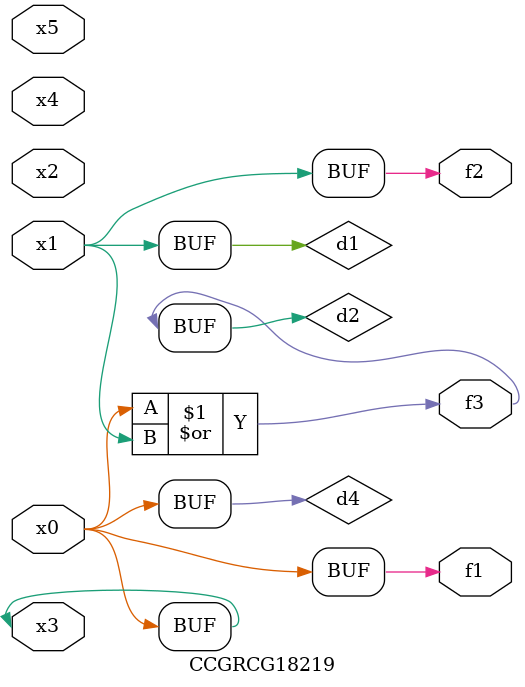
<source format=v>
module CCGRCG18219(
	input x0, x1, x2, x3, x4, x5,
	output f1, f2, f3
);

	wire d1, d2, d3, d4;

	and (d1, x1);
	or (d2, x0, x1);
	nand (d3, x0, x5);
	buf (d4, x0, x3);
	assign f1 = d4;
	assign f2 = d1;
	assign f3 = d2;
endmodule

</source>
